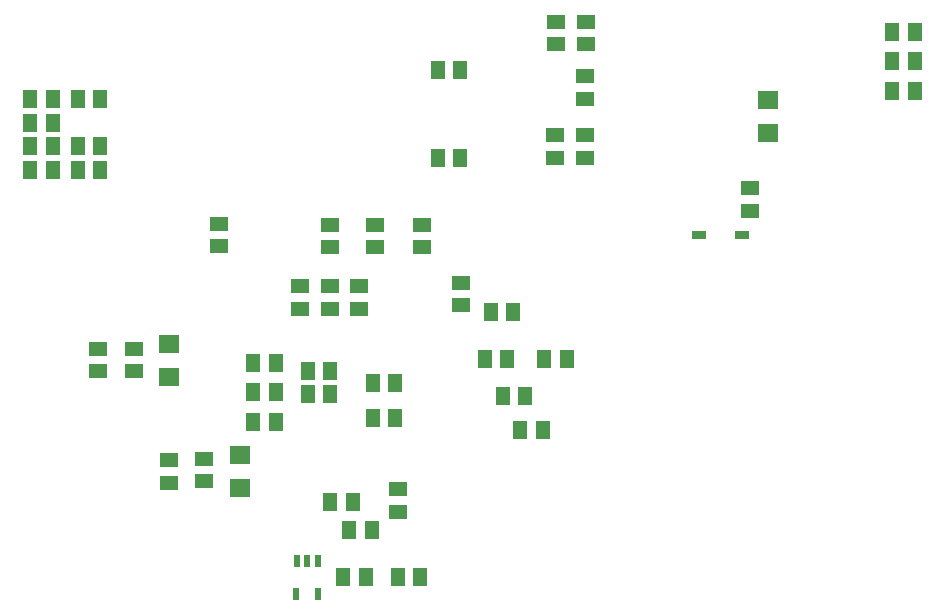
<source format=gbp>
%FSTAX23Y23*%
%MOIN*%
%SFA1B1*%

%IPPOS*%
%ADD17R,0.051000X0.059000*%
%ADD19R,0.071000X0.063000*%
%ADD20R,0.059000X0.051000*%
%ADD32R,0.047000X0.028000*%
%ADD53R,0.022000X0.039000*%
%LNpendulum-1*%
%LPD*%
G54D17*
X03211Y01476D03*
X03285D03*
X03033Y02283D03*
X03108D03*
X01833Y02028D03*
X01907D03*
Y01949D03*
X01833D03*
X0175Y02106D03*
X01675D03*
X02419Y0111D03*
X02494D03*
X02419Y01307D03*
X02494D03*
X04549Y02409D03*
X04624D03*
X04549Y02311D03*
X04624D03*
X04549Y02213D03*
X04624D03*
X03033Y01988D03*
X03108D03*
X02675Y0128D03*
X026D03*
Y01201D03*
X02675D03*
X02892Y01122D03*
X02817D03*
X02892Y0124D03*
X02817D03*
X02494Y01209D03*
X02419D03*
X03325Y01197D03*
X0325D03*
X03384Y01083D03*
X03309D03*
X03388Y01319D03*
X03463D03*
X03191D03*
X03266D03*
X01833Y02185D03*
X01907D03*
X0175D03*
X01675D03*
X0175Y02028D03*
X01675D03*
X02793Y00591D03*
X02719D03*
X02738Y00748D03*
X02813D03*
X02675Y00843D03*
X0275D03*
X029Y00591D03*
X02974D03*
X0175Y01949D03*
X01675D03*
G54D19*
X04134Y02181D03*
Y02071D03*
X02374Y01D03*
Y0089D03*
X02138Y0137D03*
Y0126D03*
G54D20*
X02303Y0177D03*
Y01695D03*
X0298Y01691D03*
Y01766D03*
X02823Y01691D03*
Y01766D03*
X02673Y01691D03*
Y01766D03*
X03429Y02443D03*
Y02368D03*
X02772Y01486D03*
Y01561D03*
X0311Y01573D03*
Y01498D03*
X03524Y02065D03*
Y0199D03*
X02575Y01486D03*
Y01561D03*
X03524Y02187D03*
Y02262D03*
X03425Y0199D03*
Y02065D03*
X03528Y02368D03*
Y02443D03*
X02673Y01561D03*
Y01486D03*
X02902Y00809D03*
Y00884D03*
X02256Y00911D03*
Y00986D03*
X02138Y00982D03*
Y00907D03*
X0202Y01278D03*
Y01352D03*
X01902D03*
Y01278D03*
X04075Y01888D03*
Y01813D03*
G54D32*
X04049Y01732D03*
X03904D03*
G54D53*
X02561Y00537D03*
X02636D03*
X02563Y00644D03*
X02636D03*
X02598D03*
M02*
</source>
